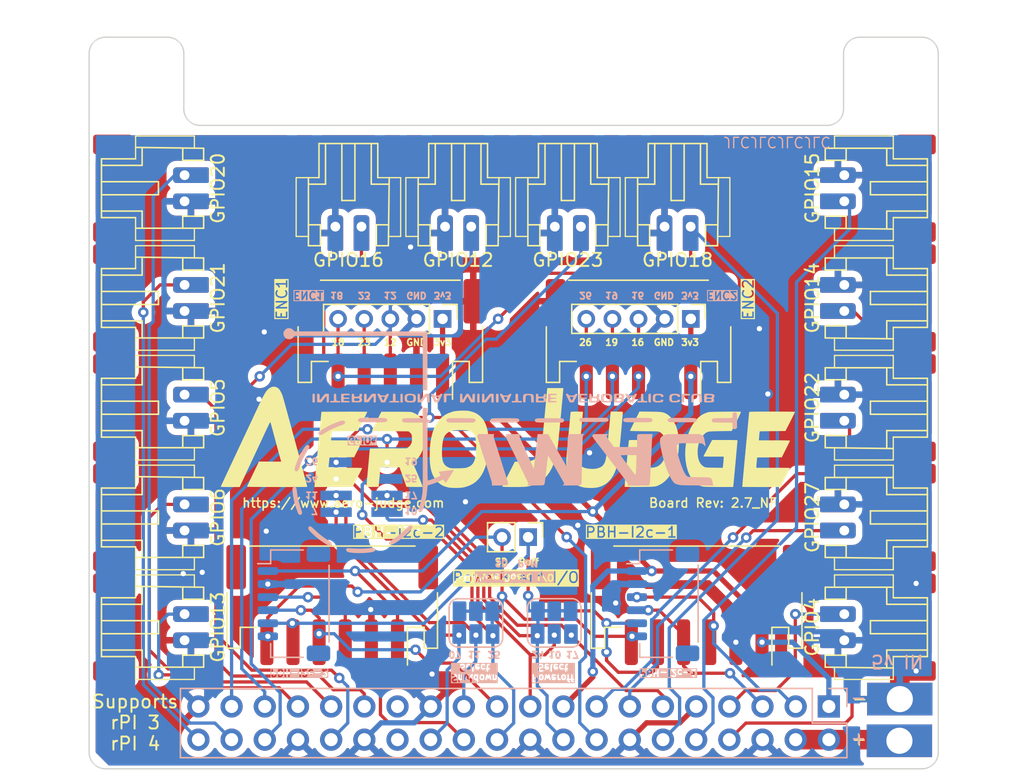
<source format=kicad_pcb>
(kicad_pcb (version 20241229) (generator "pcbnew") (generator_version "9.0")
  (title_block (title "Aerojudge PCB") (rev "2.7_NF"))
  (layers (0 "F.Cu" signal) (2 "B.Cu" signal) (13 "F.Paste" user) (15 "B.Paste" user) (5 "F.SilkS" user "F.Silkscreen") (7 "B.SilkS" user "B.Silkscreen") (1 "F.Mask" user) (3 "B.Mask" user) (25 "Edge.Cuts" user))
  (net 0 "")
  (net 1 "VCC")
  (net 2 "GPIO18")
  (net 3 "GPIO15")
  (net 4 "GPIO12")
  (net 5 "GPIO23")
  (net 6 "GPIO20")
  (net 7 "GPIO16")
  (net 8 "GPIO2")
  (net 9 "GPIO3")
  (net 10 "GPIO4")
  (net 13 "GPIO5")
  (net 14 "GPIO6")
  (net 15 "GPIO13")
  (net 16 "GPIO14")
  (net 17 "GPIO19")
  (net 18 "GPIO21")
  (net 19 "GPIO22")
  (net 20 "GPIO26")
  (net 21 "GND")
  (net 22 "GPIO27")
  (net 23 "GPIO7")
  (net 24 "GPIO9")
  (net 25 "+3.3V")
  (net 26 "GPIO17")
  (net 27 "GPIO8")
  (net 28 "GPIO10")
  (net 29 "GPIO24")
  (net 30 "GPIO25")
  (net 31 "GPIO11")
  (net 32 "SHUTDOWN")
  (net 33 "POWEROFF")
  (footprint "MountingHole:MountingHole_2.7mm_M2.5" (layer "F.Cu") (at 116.443016 56.939164 180)
    (property "Reference" "REF**" (hide yes))
    (property "Value" "MountingHole_2.7mm_M2.5")
  )
  (footprint "Connector_JST:JST_PH_S5B-PH-SM4-TB_1x05-1MP_P2.00mm_Horizontal" (layer "F.Cu") (at 155 76.55 180)
    (property "Reference" "ENC2" (hide yes))
    (property "Value" "Encoder_2mm_1x5_MP" (hide yes))
  )
  (footprint "Custom_Library:JST_PH_S2B-PH-K_1x02_P2.00mm_Horizontal_MP" (layer "F.Cu") (at 150.59 67.94 180)
    (property "Reference" "GPIO23")
    (property "Value" "JST PH-2")
  )
  (footprint "Custom_Library:JST_PH_S2B-PH-K_1x02_P2.00mm_Horizontal_MP" (layer "F.Cu") (at 133.79 67.94 180)
    (property "Reference" "GPIO16")
    (property "Value" "JST PH-2")
  )
  (footprint "Custom_Library:JST_PH_S2B-PH-K_1x02_P2.00mm_Horizontal_MP" (layer "F.Cu") (at 170.75 99.6 90)
    (property "Reference" "GPIO4")
    (property "Value" "JST PH-2")
  )
  (footprint "Custom_Library:JST_PH_S2B-PH-K_1x02_P2.00mm_Horizontal_MP" (layer "F.Cu") (at 142.19 67.94 180)
    (property "Reference" "GPIO12")
    (property "Value" "JST PH-2")
  )
  (footprint "Connector_PinHeader_2.00mm:PinHeader_1x02_P2.00mm_Vertical" (layer "F.Cu") (at 146.55 91.71 -90)
    (property "Reference" "J8" (hide yes))
    (property "Value" "PB_GPIO")
  )
  (footprint "Custom_Library:JST_PH_S2B-PH-K_1x02_P2.00mm_Horizontal_MP" (layer "F.Cu") (at 120.25 64 -90)
    (property "Reference" "GPIO20")
    (property "Value" "JST PH-2")
  )
  (footprint "Custom_Library:JST_PH_S2B-PH-K_1x02_P2.00mm_Horizontal_MP" (layer "F.Cu") (at 120.25 80.8 -90)
    (property "Reference" "GPIO5")
    (property "Value" "JST PH-2")
  )
  (footprint "MountingHole:MountingHole_2.7mm_M2.5" (layer "F.Cu") (at 174.443016 56.939164 180)
    (property "Reference" "REF**" (hide yes))
    (property "Value" "MountingHole_2.7mm_M2.5")
  )
  (footprint "Custom_Library:JST_PH_S2B-PH-K_1x02_P2.00mm_Horizontal_MP" (layer "F.Cu") (at 170.75 82.8 90)
    (property "Reference" "GPIO22")
    (property "Value" "JST PH-2")
  )
  (footprint "Custom_Library:AEROJUDGE_LOGO" (layer "F.Cu") (at 144.342691 85.646027)
    (property "Reference" "AEROJUDGE_LOGO" (hide yes))
    (property "Value" "LOGO" (hide yes))
  )
  (footprint "Custom_Library:JST_PH_S2B-PH-K_1x02_P2.00mm_Horizontal_MP" (layer "F.Cu") (at 120.25 72.4 -90)
    (property "Reference" "GPIO21")
    (property "Value" "JST PH-2")
  )
  (footprint "Custom_Library:JST_PH_S2B-PH-K_1x02_P2.00mm_Horizontal_MP" (layer "F.Cu") (at 158.99 67.94 180)
    (property "Reference" "GPIO18")
    (property "Value" "JST PH-2")
  )
  (footprint "Connector_JST:JST_PH_S6B-PH-SM4-TB_1x06-1MP_P2.00mm_Horizontal" (layer "F.Cu") (at 159.45 96.9 180)
    (property "Reference" "J2" (hide yes))
    (property "Value" "i2c_1")
  )
  (footprint "Connector_JST:JST_PH_S6B-PH-SM4-TB_1x06-1MP_P2.00mm_Horizontal" (layer "F.Cu") (at 131.55 96.9 180)
    (property "Reference" "J5" (hide yes))
    (property "Value" "i2c_2")
  )
  (footprint "Custom_Library:JST_PH_S2B-PH-K_1x02_P2.00mm_Horizontal_MP" (layer "F.Cu") (at 170.75 74.4 90)
    (property "Reference" "GPIO14")
    (property "Value" "JST PH-2")
  )
  (footprint "Custom_Library:JST_PH_S2B-PH-K_1x02_P2.00mm_Horizontal_MP" (layer "F.Cu") (at 120.25 89.2 -90)
    (property "Reference" "GPIO6")
    (property "Value" "JST PH-2")
  )
  (footprint "Custom_Library:JST_PH_S2B-PH-K_1x02_P2.00mm_Horizontal_MP" (layer "F.Cu") (at 170.75 66 90)
    (property "Reference" "GPIO15")
    (property "Value" "JST PH-2")
  )
  (footprint "Custom_Library:JST_PH_S2B-PH-K_1x02_P2.00mm_Horizontal_MP" (layer "F.Cu") (at 120.25 97.6 -90)
    (property "Reference" "GPIO13")
    (property "Value" "JST PH-2")
  )
  (footprint "Connector_JST:JST_PH_S5B-PH-SM4-TB_1x05-1MP_P2.00mm_Horizontal" (layer "F.Cu") (at 136 76.55 180)
    (property "Reference" "ENC1" (hide yes))
    (property "Value" "Encoder_2mm_1x5_MP" (hide yes))
  )
  (footprint "Custom_Library:JST_PH_S2B-PH-K_1x02_P2.00mm_Horizontal_MP" (layer "F.Cu") (at 170.75 91.2 90)
    (property "Reference" "GPIO27")
    (property "Value" "JST PH-2")
  )
  (footprint "Custom_Library:Solder_Pads" (layer "F.Cu") (at 175 100.125 180)
    (property "Reference" "U1" (hide yes))
    (property "Value" "5v Input" (hide yes))
  )
  (footprint "Connector_PinHeader_2.00mm:PinHeader_1x05_P2.00mm_Vertical" (layer "F.Cu") (at 159 75 -90)
    (property "Reference" "ENC2.1" (hide yes))
    (property "Value" "Conn_01x05" (hide yes))
  )
  (footprint "Connector_PinHeader_2.00mm:PinHeader_1x05_P2.00mm_Vertical" (layer "F.Cu") (at 140 75 -90)
    (property "Reference" "ENC1.1" (hide yes))
    (property "Value" "Conn_01x05" (hide yes))
  )
  (footprint "Custom_Library:SolderJumperSelector_3PIN_P1_Default" (layer "B.Cu") (at 142.55 98.375 180)
    (property "Reference" "J7" (hide yes))
    (property "Value" "Shutdown GPIO")
  )
  (footprint "Custom_Library:PinHeader_2x04_P1.27mm_Vertical_SMD_NoBorder" (layer "B.Cu") (at 133.8 87.885)
    (property "Reference" "J9" (hide yes))
    (property "Value" "GPIO_BREAKOUT")
  )
  (footprint "Custom_Library:PinHeader_2x20_P2.54mm_RPI" (layer "B.Cu") (at 169.57 104.67 -90)
    (property "Reference" "J1" (hide yes))
    (property "Value" "Raspberry Pi Header")
  )
  (footprint "Connector_JST:JST_SH_SM06B-SRSS-TB_1x06-1MP_P1.00mm_Horizontal" (layer "B.Cu") (at 128.625 96.8 -90)
    (property "Reference" "J10" (hide yes))
    (property "Value" "i2c_2")
  )
  (footprint "Custom_Library:SolderJumperSelector_3PIN_P3_Default" (layer "B.Cu") (at 148.55 98.375 180)
    (property "Reference" "J6" (hide yes))
    (property "Value" "Poweroff GPIO")
  )
  (footprint "Connector_JST:JST_SH_SM06B-SRSS-TB_1x06-1MP_P1.00mm_Horizontal" (layer "B.Cu") (at 156.875 96.8 -90)
    (property "Reference" "J11" (hide yes))
    (property "Value" "i2c_1")
  )
  (footprint "Custom_Library:IMAC_LOGO" (layer "B.Cu") (at 145.3 84.45)
    (property "Reference" "IMAC_LOGO" (hide yes))
    (property "Value" "LOGO" (hide yes))
  )
  (gr_arc (start 177.943016 108.189164) (mid 177.576899 109.073047) (end 176.693016 109.439164) (stroke (width 0.1)) (layer "Edge.Cuts"))
  (gr_line (start 177.943016 108.189164) (end 177.943016 54.689164) (stroke (width 0.1)) (layer "Edge.Cuts"))
  (gr_arc (start 112.943016 54.689164) (mid 113.309133 53.805281) (end 114.193016 53.439164) (stroke (width 0.1)) (layer "Edge.Cuts"))
  (gr_line (start 114.193016 109.439164) (end 176.693016 109.439164) (stroke (width 0.1)) (layer "Edge.Cuts"))
  (gr_line (start 169.443016 60.189164) (end 121.443016 60.189164) (stroke (width 0.1)) (layer "Edge.Cuts"))
  (gr_line (start 114.193016 53.439164) (end 118.943016 53.439164) (stroke (width 0.1)) (layer "Edge.Cuts"))
  (gr_line (start 170.693016 54.689164) (end 170.693016 58.939164) (stroke (width 0.1)) (layer "Edge.Cuts"))
  (gr_arc (start 121.443016 60.189164) (mid 120.559133 59.823047) (end 120.193016 58.939164) (stroke (width 0.1)) (layer "Edge.Cuts"))
  (gr_line (start 176.693016 53.439164) (end 171.943016 53.439164) (stroke (width 0.1)) (layer "Edge.Cuts"))
  (gr_arc (start 170.693016 54.689164) (mid 171.059133 53.805281) (end 171.943016 53.439164) (stroke (width 0.1)) (layer "Edge.Cuts"))
  (gr_arc (start 176.693016 53.439164) (mid 177.576899 53.805281) (end 177.943016 54.689164) (stroke (width 0.1)) (layer "Edge.Cuts"))
  (gr_arc (start 170.693016 58.939164) (mid 170.326899 59.823047) (end 169.443016 60.189164) (stroke (width 0.1)) (layer "Edge.Cuts"))
  (gr_arc (start 118.943016 53.439164) (mid 119.826899 53.805281) (end 120.193016 54.689164) (stroke (width 0.1)) (layer "Edge.Cuts"))
  (gr_line (start 120.193016 58.939164) (end 120.193016 54.689164) (stroke (width 0.1)) (layer "Edge.Cuts"))
  (gr_arc (start 114.193016 109.439164) (mid 113.309133 109.073047) (end 112.943016 108.189164) (stroke (width 0.1)) (layer "Edge.Cuts"))
  (gr_line (start 112.943016 54.689164) (end 112.943016 108.189164) (stroke (width 0.1)) (layer "Edge.Cuts"))
  (gr_text "18" (at 132 76.8 0) (layer "F.SilkS") (effects (font (size 0.5 0.5) (thickness 0.125))))
  (gr_text "PowerBoard I/O" (at 145.6 94.8 0) (layer "F.SilkS" knockout) (effects (font (size 0.8 0.8) (thickness 0.12))))
  (gr_text "26" (at 150.943016 76.8 0) (layer "F.SilkS") (effects (font (size 0.5 0.5) (thickness 0.125))))
  (gr_text "SD" (at 144.498016 93.9 0) (layer "F.SilkS") (effects (font (size 0.5 0.5) (thickness 0.125)) (justify bottom)))
  (gr_text "PBH-I2c-2" (at 140.2 91.8 0) (layer "F.SilkS" knockout) (effects (font (size 0.8 0.8) (thickness 0.12)) (justify right bottom)))
  (gr_text "Poff" (at 146.6 93.9 0) (layer "F.SilkS") (effects (font (size 0.5 0.5) (thickness 0.125)) (justify bottom)))
  (gr_text "3v3" (at 140 76.8 0) (layer "F.SilkS") (effects (font (size 0.5 0.5) (thickness 0.125))))
  (gr_text "19" (at 152.943016 76.8 0) (layer "F.SilkS") (effects (font (size 0.5 0.5) (thickness 0.125))))
  (gr_text "16" (at 154.943016 76.8 0) (layer "F.SilkS") (effects (font (size 0.5 0.5) (thickness 0.125))))
  (gr_text "GND" (at 156.943016 76.8 0) (layer "F.SilkS") (effects (font (size 0.5 0.5) (thickness 0.125))))
  (gr_text "3v3" (at 158.943016 76.8 0) (layer "F.SilkS") (effects (font (size 0.5 0.5) (thickness 0.125))))
  (gr_text "ENC1" (at 127.7 73.5 90) (layer "F.SilkS" knockout) (effects (font (size 0.8 0.8) (thickness 0.12) (bold yes))))
  (gr_text "PBH-I2c-1" (at 150.85 91.8 0) (layer "F.SilkS" knockout) (effects (font (size 0.8 0.8) (thickness 0.12)) (justify left bottom)))
  (gr_text "Board Rev: ${REVISION}" (at 160.7 89.5 0) (layer "F.SilkS") (effects (font (size 0.7 0.7) (thickness 0.12) (bold yes)) (justify bottom)))
  (gr_text "12" (at 136 76.8 0) (layer "F.SilkS") (effects (font (size 0.5 0.5) (thickness 0.125))))
  (gr_text "https://www.aero-judge.com" (at 132.4 89.5 0) (layer "F.SilkS") (effects (font (size 0.7 0.7) (thickness 0.12) (bold yes)) (justify bottom)))
  (gr_text "ENC2" (at 163.4 73.5 90) (layer "F.SilkS" knockout) (effects (font (size 0.8 0.8) (thickness 0.12) (bold yes))))
  (gr_text "Supports\nrPI 3\nrPI 4" (at 116.470814 108.1 0) (layer "F.SilkS") (effects (font (size 1 1)) (justify bottom)))
  (gr_text "GND" (at 138 76.8 0) (layer "F.SilkS") (effects (font (size 0.5 0.5) (thickness 0.125))))
  (gr_text "23" (at 134 76.8 0) (layer "F.SilkS") (effects (font (size 0.5 0.5) (thickness 0.125))))
  (gr_text "PBH-I2c-1" (at 155 101.8 180) (layer "B.SilkS" knockout) (effects (font (size 0.5 0.5) (thickness 0.125)) (justify left bottom mirror)))
  (gr_text "12" (at 136 73.2 180) (layer "B.SilkS") (effects (font (size 0.5 0.5) (thickness 0.125)) (justify mirror)))
  (gr_text "5v IN" (at 174.803016 100.639164 180) (layer "B.SilkS") (effects (font (size 1 1)) (justify bottom mirror)))
  (gr_text "23" (at 134 73.2 180) (layer "B.SilkS") (effects (font (size 0.5 0.5) (thickness 0.125)) (justify mirror)))
  (gr_text "ENC1" (at 129.743016 73.189164 180) (layer "B.SilkS" knockout) (effects (font (size 0.6 0.6) (thickness 0.12) (bold yes)) (justify mirror)))
  (gr_text "7" (at 130.189666 89.4 180) (layer "B.SilkS") (effects (font (size 0.5 0.5) (thickness 0.125)) (justify bottom mirror)))
  (gr_text "SD" (at 144.5 93.4 180) (layer "B.SilkS") (effects (font (size 0.5 0.5) (thickness 0.125)) (justify bottom mirror)))
  (gr_text "Shutdown\nSelect" (at 142.443016 101.389164 180) (layer "B.SilkS" knockout) (effects (font (size 0.5 0.5) (thickness 0.125)) (justify bottom mirror)))
  (gr_text "19" (at 152.943016 73.2 180) (layer "B.SilkS") (effects (font (size 0.5 0.5) (thickness 0.125)) (justify mirror)))
  (gr_text "GND" (at 138 73.2 180) (layer "B.SilkS") (effects (font (size 0.5 0.5) (thickness 0.125)) (justify mirror)))
  (gr_text "17" (at 149.943016 100.4 180) (layer "B.SilkS") (effects (font (size 0.5 0.5) (thickness 0.125)) (justify bottom mirror)))
  (gr_text "3v3" (at 158.943016 73.2 180) (layer "B.SilkS") (effects (font (size 0.5 0.5) (thickness 0.125)) (justify mirror)))
  (gr_text "18" (at 131.9 73.2 180) (layer "B.SilkS") (effects (font (size 0.5 0.5) (thickness 0.125)) (justify mirror)))
  (gr_text "10" (at 137.589666 89.4 180) (layer "B.SilkS") (effects (font (size 0.5 0.5) (thickness 0.125)) (justify bottom mirror)))
  (gr_text "-" (at 171.843016 103.539164 180) (layer "B.SilkS") (effects (font (size 1 1) (thickness 0.125)) (justify bottom mirror)))
  (gr_text "19" (at 137.589666 85.6 180) (layer "B.SilkS") (effects (font (size 0.5 0.5) (thickness 0.125)) (justify bottom mirror)))
  (gr_text "17" (at 137.589666 88.2 180) (layer "B.SilkS") (effects (font (size 0.5 0.5) (thickness 0.125)) (justify bottom mirror)))
  (gr_text "PowerBoard I/O" (at 145.5 94.5 180) (layer "B.SilkS" knockout) (effects (font (size 0.5 0.5) (thickness 0.125)) (justify bottom mirror)))
  (gr_text "25" (at 137.589666 86.9 180) (layer "B.SilkS") (effects (font (size 0.5 0.5) (thickness 0.125)) (justify bottom mirror)))
  (gr_text "24" (at 147.3 100.4 180) (layer "B.SilkS") (effects (font (size 0.5 0.5) (thickness 0.125)) (justify bottom mirror)))
  (gr_text "PBH-I2c-2" (at 131.3 101.8 180) (layer "B.SilkS" knockout) (effects (font (size 0.5 0.5) (thickness 0.125)) (justify right bottom mirror)))
  (gr_text "26" (at 129.989666 85.6 180) (layer "B.SilkS") (effects (font (size 0.5 0.5) (thickness 0.125)) (justify bottom mirror)))
  (gr_text "GND" (at 156.943016 73.2 180) (layer "B.SilkS") (effects (font (size 0.5 0.5) (thickness 0.125)) (justify mirror)))
  (gr_text "25" (at 143.943016 100.4 180) (layer "B.SilkS") (effects (font (size 0.5 0.5) (thickness 0.125)) (justify bottom mirror)))
  (gr_text "10" (at 148.6 100.4 180) (layer "B.SilkS") (effects (font (size 0.5 0.5) (thickness 0.125)) (justify bottom mirror)))
  (gr_text "16" (at 154.943016 73.2 180) (layer "B.SilkS") (effects (font (size 0.5 0.5) (thickness 0.125)) (justify mirror)))
  (gr_text "Poff" (at 146.5 93.4 180) (layer "B.SilkS") (effects (font (size 0.5 0.5) (thickness 0.125)) (justify bottom mirror)))
  (gr_text "ENC2" (at 161.4 73.189164 180) (layer "B.SilkS" knockout) (effects (font (size 0.6 0.6) (thickness 0.12) (bold yes)) (justify mirror)))
  (gr_text "11" (at 129.989666 88.2 180) (layer "B.SilkS") (effects (font (size 0.5 0.5) (thickness 0.125)) (justify bottom mirror)))
  (gr_text "3v3" (at 140 73.2 180) (layer "B.SilkS") (effects (font (size 0.5 0.5) (thickness 0.125)) (justify mirror)))
  (gr_text "GPIOs" (at 133.842691 84 180) (layer "B.SilkS" knockout) (effects (font (size 0.5 0.5) (thickness 0.125)) (justify bottom mirror)))
  (gr_text "24" (at 129.989666 86.9 180) (layer "B.SilkS") (effects (font (size 0.5 0.5) (thickness 0.125)) (justify bottom mirror)))
  (gr_text "JLCJLCJLCJLC" (at 165.6 61.47 180) (layer "B.SilkS") (effects (font (size 0.8 0.8) (thickness 0.1)) (justify mirror)))
  (gr_text "07" (at 140.943016 100.4 180) (layer "B.SilkS") (effects (font (size 0.5 0.5) (thickness 0.125)) (justify bottom mirror)))
  (gr_text "+" (at 171.843016 106.639164 180) (layer "B.SilkS") (effects (font (size 1 1) (thickness 0.125)) (justify bottom mirror)))
  (gr_text "26" (at 150.943016 73.2 180) (layer "B.SilkS") (effects (font (size 0.5 0.5) (thickness 0.125)) (justify mirror)))
  (gr_text "Poweroff\nSelect" (at 148.443016 101.389164 180) (layer "B.SilkS" knockout) (effects (font (size 0.5 0.5) (thickness 0.125)) (justify bottom mirror)))
  (gr_text "11" (at 142.443016 100.4 180) (layer "B.SilkS") (effects (font (size 0.5 0.5) (thickness 0.125)) (justify bottom mirror)))
  (segment (start 174.884164 107.209164) (end 167.028016 107.209164) (width 1.5) (layer "F.Cu") (net 1))
  (segment (start 174.97 107.295) (end 174.884164 107.209164) (width 1.5) (layer "F.Cu") (net 1))
  (segment (start 144.25 75) (end 147.742186 71.507814) (width 0.25) (layer "F.Cu") (net 2))
  (segment (start 157.942186 71.507814) (end 158.99 70.46) (width 0.25) (layer "F.Cu") (net 2))
  (segment (start 147.742186 71.507814) (end 157.942186 71.507814) (width 0.25) (layer "F.Cu") (net 2))
  (segment (start 132 79.4) (end 132 75) (width 0.25) (layer "F.Cu") (net 2))
  (segment (start 158.99 70.46) (end 158.99 67.94) (width 0.25) (layer "F.Cu") (net 2))
  (via (at 144.25 75) (size 0.8) (drill 0.4) (layers "F.Cu" "B.Cu") (net 2))
  (via (at 132 79.4) (size 0.8) (drill 0.4) (layers "F.Cu" "B.Cu") (net 2))
  (segment (start 158.143016 104) (end 158.143016 105.934164) (width 0.25) (layer "B.Cu") (net 2))
  (segment (start 157.353 98.660116) (end 157.353 103.209984) (width 0.25) (layer "B.Cu") (net 2))
  (segment (start 158.143016 105.934164) (end 156.868016 107.209164) (width 0.25) (layer "B.Cu") (net 2))
  (segment (start 156.868016 107.209164) (end 156.868016 107.214164) (width 0.25) (layer "B.Cu") (net 2))
  (segment (start 139.85 79.4) (end 132 79.4) (width 0.25) (layer "B.Cu") (net 2))
  (segment (start 165.626 74.576) (end 158.99 67.94) (width 0.25) (layer "B.Cu") (net 2))
  (segment (start 165.626 90.387116) (end 165.626 74.576) (width 0.25) (layer "B.Cu") (net 2))
  (segment (start 162.506558 93.506558) (end 157.353 98.660116) (width 0.25) (layer "B.Cu") (net 2))
  (segment (start 144.25 75) (end 139.85 79.4) (width 0.25) (layer "B.Cu") (net 2))
  (segment (start 162.506558 93.506558) (end 165.626 90.387116) (width 0.25) (layer "B.Cu") (net 2))
  (segment (start 157.353 103.209984) (end 158.143016 104) (width 0.25) (layer "B.Cu") (net 2))
  (segment (start 167.095016 86.97466) (end 167.095016 72.187164) (width 0.25) (layer "B.Cu") (net 3))
  (segment (start 160.7 104) (end 160 103.3) (width 0.25) (layer "B.Cu") (net 3))
  (segment (start 167.096016 88.32434) (end 167.096016 86.97566) (width 0.25) (layer "B.Cu") (net 3))
  (segment (start 167.095016 90.67534) (end 167.096016 90.67434) (width 0.25) (layer "B.Cu") (net 3))
  (segment (start 167.095016 89.32466) (end 167.095016 88.32534) (width 0.25) (layer "B.Cu") (net 3))
  (segment (start 160.7 105.91718) (end 160.7 104) (width 0.25) (layer "B.Cu") (net 3))
  (segment (start 167.096016 86.97566) (end 167.095016 86.97466) (width 0.25) (layer "B.Cu") (net 3))
  (segment (start 171.153016 68.129164) (end 171.153016 65.989164) (width 0.25) (layer "B.Cu") (net 3))
  (segment (start 167.095016 90.977972) (end 167.095016 90.67534) (width 0.25) (layer "B.Cu") (net 3))
  (segment (start 167.096016 89.32566) (end 167.095016 89.32466) (width 0.25) (layer "B.Cu") (net 3))
  (segment (start 159.408016 107.209164) (end 160.7 105.91718) (width 0.25) (layer "B.Cu") (net 3))
  (segment (start 167.095016 88.32534) (end 167.096016 88.32434) (width 0.25) (layer "B.Cu") (net 3))
  (segment (start 160 103.3) (end 160 98.072988) (width 0.25) (layer "B.Cu") (net 3))
  (segment (start 160 98.072988) (end 167.095016 90.977972) (width 0.25) (layer "B.Cu") (net 3))
  (segment (start 167.096016 90.67434) (end 167.096016 89.32566) (width 0.25) (layer "B.Cu") (net 3))
  (segment (start 167.095016 72.187164) (end 171.153016 68.129164) (width 0.25) (layer "B.Cu") (net 3))
  (segment (start 136 77.05) (end 136 75) (width 0.25) (layer "F.Cu") (net 4))
  (segment (start 126 79.4) (end 123.101 82.299) (width 0.25) (layer "F.Cu") (net 4))
  (segment (start 125.402594 101.889164) (end 131.493016 101.889164) (width 0.25) (layer "F.Cu") (net 4))
  (segment (start 131.493016 101.889164) (end 132.093016 102.489164) (width 0.25) (layer "F.Cu") (net 4))
  (segment (start 136 77.05) (end 136 79.4) (width 0.25) (layer "F.Cu") (net 4))
  (segment (start 123.101 82.299) (end 123.101 99.58757) (width 0.25) (layer "F.Cu") (net 4))
  (segment (start 123.101 99.58757) (end 125.402594 101.889164) (width 0.25) (layer "F.Cu") (net 4))
  (via (at 132.093016 102.489164) (size 0.8) (drill 0.4) (layers "F.Cu" "B.Cu") (net 4))
  (via (at 126 79.4) (size 0.8) (drill 0.4) (layers "F.Cu" "B.Cu") (net 4))
  (segment (start 126 79.4) (end 128.45 76.95) (width 0.25) (layer "B.Cu") (net 4))
  (segment (start 128.45 76.95) (end 134.85 76.95) (width 0.25) (layer "B.Cu") (net 4))
  (segment (start 132.093016 102.489164) (end 132.743016 103.139164) (width 0.25) (layer "B.Cu") (net 4))
  (segment (start 140.7 72.1) (end 142.19 70.61) (width 0.25) (layer "B.Cu") (net 4))
  (segment (start 136 75.8) (end 136 75) (width 0.25) (layer "B.Cu") (net 4))
  (segment (start 137.9 72.1) (end 140.7 72.1) (width 0.25) (layer "B.Cu") (net 4))
  (segment (start 142.19 70.61) (end 142.19 67.94) (width 0.25) (layer "B.Cu") (net 4))
  (segment (start 132.743016 105.934164) (end 131.468016 107.209164) (width 0.25) (layer "B.Cu") (net 4))
  (segment (start 136 74) (end 137.9 72.1) (width 0.25) (layer "B.Cu") (net 4))
  (segment (start 132.743016 103.139164) (end 132.743016 105.934164) (width 0.25) (layer "B.Cu") (net 4))
  (segment (start 136 75) (end 136 74) (width 0.25) (layer "B.Cu") (net 4))
  (segment (start 134.85 76.95) (end 136 75.8) (width 0.25) (layer "B.Cu") (net 4))
  (segment (start 134 79.4) (end 134 79) (width 0.25) (layer "F.Cu") (net 5))
  (segment (start 134 82.05) (end 134 75) (width 0.25) (layer "F.Cu") (net 5))
  (segment (start 149.5 91.7) (end 140.35 82.55) (width 0.25) (layer "F.Cu") (net 5))
  (segment (start 134.5 82.55) (end 134 82.05) (width 0.25) (layer "F.Cu") (net 5))
  (segment (start 139 82.55) (end 134.5 82.55) (width 0.25) (layer "F.Cu") (net 5))
  (segment (start 140.35 82.55) (end 139 82.55) (width 0.25) (layer "F.Cu") (net 5))
  (via (at 139 82.55) (size 0.8) (drill 0.4) (layers "F.Cu" "B.Cu") (net 5))
  (via (at 149.5 91.7) (size 0.8) (drill 0.4) (layers "F.Cu" "B.Cu") (net 5))
  (segment (start 150.95 93.15) (end 150.95 100.85) (width 0.25) (layer "B.Cu") (net 5))
  (segment (start 144.1 76.55) (end 150.59 70.06) (width 0.25) (layer "B.Cu") (net 5))
  (segment (start 150.59 70.06) (end 150.59 67.94) (width 0.25) (layer "B.Cu") (net 5))
  (segment (start 150.5 101.3) (end 150.5 105.92) (width 0.25) (layer "B.Cu") (net 5))
  (segment (start 143.33781 76.55) (end 144.1 76.55) (width 0.25) (layer "B.Cu") (net 5))
  (segment (start 150.5 105.92) (end 151.79 107.21) (width 0.25) (layer "B.Cu") (net 5))
  (segment (start 149.5 91.7) (end 150.95 93.15) (width 0.25) (layer "B.Cu") (net 5))
  (segment (start 150.95 100.85) (end 150.5 101.3) (width 0.25) (layer "B.Cu") (net 5))
  (segment (start 139 82.55) (end 139 80.88781) (width 0.25) (layer "B.Cu") (net 5))
  (segment (start 139 80.88781) (end 143.33781 76.55) (width 0.25) (layer "B.Cu") (net 5))
  (segment (start 123.848016 107.214164) (end 123.848016 107.209164) (width 0.25) (layer "B.Cu") (net 6))
  (segment (start 123.848016 107.209164) (end 123.079016 106.440164) (width 0.25) (layer "B.Cu") (net 6))
  (segment (start 117.85 75.2) (end 117.85 65.65) (width 0.25) (layer "B.Cu") (net 6))
  (segment (start 119.5 64) (end 120.239164 64) (width 0.25) (layer "B.Cu") (net 6))
  (segment (start 117.85 65.65) (end 119.5 64) (width 0.25) (layer "B.Cu") (net 6))
  (segment (start 123.079016 106.440164) (end 123.074016 106.440164) (width 0.25) (layer "B.Cu") (net 6))
  (segment (start 117.544016 75.505984) (end 117.85 75.2) (width 0.25) (layer "B.Cu") (net 6))
  (segment (start 122.573016 105.939164) (end 120.670826 105.939164) (width 0.25) (layer "B.Cu") (net 6))
  (segment (start 117.544016 102.812354) (end 117.544016 75.505984) (width 0.25) (layer "B.Cu") (net 6))
  (segment (start 120.670826 105.939164) (end 117.544016 102.812354) (width 0.25) (layer "B.Cu") (net 6))
  (segment (start 123.074016 106.440164) (end 122.573016 105.939164) (width 0.25) (layer "B.Cu") (net 6))
  (segment (start 133.79 70.86) (end 133.79 67.94) (width 0.25) (layer "F.Cu") (net 7))
  (segment (start 155 79.4) (end 155 75) (width 0.25) (layer "F.Cu") (net 7))
  (segment (start 130.9 73.75) (end 133.79 70.86) (width 0.25) (layer "F.Cu") (net 7))
  (segment (start 130.9 84.8) (end 130.9 73.75) (width 0.25) (layer "F.Cu") (net 7))
  (segment (start 129.85 85.85) (end 130.9 84.8) (width 0.25) (layer "F.Cu") (net 7))
  (via (at 155 79.4) (size 0.8) (drill 0.4) (layers "F.Cu" "B.Cu") (net 7))
  (via (at 129.85 85.85) (size 0.8) (drill 0.4) (layers "F.Cu" "B.Cu") (net 7))
  (segment (start 130.75 84.95) (end 150.3 84.95) (width 0.25) (layer "B.Cu") (net 7))
  (segment (start 125.35 90.35) (end 125.35 101.4) (width 0.25) (layer "B.Cu") (net 7))
  (segment (start 129.85 85.85) (end 130.75 84.95) (width 0.25) (layer "B.Cu") (net 7))
  (segment (start 129.85 85.85) (end 125.35 90.35) (width 0.25) (layer "B.Cu") (net 7))
  (segment (start 127.566 106.034) (end 126.39 107.21) (width 0.25) (layer "B.Cu") (net 7))
  (segment (start 155 80.25) (end 155 79.4) (width 0.25) (layer "B.Cu") (net 7))
  (segment (start 125.35 101.4) (end 127.566 103.616) (width 0.25) (layer "B.Cu") (net 7))
  (segment (start 150.3 84.95) (end 155 80.25) (width 0.25) (layer "B.Cu") (net 7))
  (segment (start 127.566 103.616) (end 127.566 106.034) (width 0.25) (layer "B.Cu") (net 7))
  (segment (start 160.75 98.5) (end 160.75 97.5) (width 0.25) (layer "F.Cu") (net 8))
  (segment (start 159.55 96.3) (end 154.875 96.3) (width 0.25) (layer "F.Cu") (net 8))
  (segment (start 160.75 97.5) (end 159.55 96.3) (width 0.25) (layer "F.Cu") (net 8))
  (segment (start 160.75 99.45) (end 160.45 99.75) (width 0.25) (layer "F.Cu") (net 8))
  (segment (start 160.75 98.5) (end 160.75 99.45) (width 0.25) (layer "F.Cu") (net 8))
  (via (at 154.875 96.3) (size 0.8) (drill 0.4) (layers "F.Cu" "B.Cu") (net 8))
  (via (at 160.75 98.5) (size 0.8) (drill 0.4) (layers "F.Cu" "B.Cu") (net 8))
  (segment (start 164.3 103.4) (end 165.7 103.4) (width 0.25) (layer "B.Cu") (net 8))
  (segment (start 160.75 98.5) (end 160.75 99.85) (width 0.25) (layer "B.Cu") (net 8))
  (segment (start 166.969164 104.669164) (end 167.028016 104.669164) (width 0.25) (layer "B.Cu") (net 8))
  (segment (start 165.7 103.4) (end 166.969164 104.669164) (width 0.25) (layer "B.Cu") (net 8))
  (segment (start 160.75 99.85) (end 164.3 103.4) (width 0.25) (layer "B.Cu") (net 8))
  (segment (start 161.699 102.124) (end 159 102.124) (width 0.25) (layer "F.Cu") (net 9))
  (segment (start 158.45 101.574) (end 158.45 99.75) (width 0.25) (layer "F.Cu") (net 9))
  (segment (start 161.7 102.125) (end 161.699 102.124) (width 0.25) (layer "F.Cu") (net 9))
  (segment (start 158.45 99.178486) (end 158.45 99.75) (width 0.25) (layer "F.Cu") (net 9))
  (segment (start 159 102.124) (end 158.45 101.574) (width 0.25) (layer "F.Cu") (net 9))
  (segment (start 155.75 97.3) (end 156.571514 97.3) (width 0.25) (layer "F.Cu") (net 9))
  (segment (start 156.571514 97.3) (end 158.45 99.178486) (width 0.25) (layer "F.Cu") (net 9))
  (segment (start 161.999696 102.125) (end 161.7 102.125) (width 0.25) (layer "F.Cu") (net 9))
  (via (at 161.999696 102.125) (size 0.8) (drill 0.4) (layers "F.Cu" "B.Cu") (net 9))
  (via (at 155.75 97.3) (size 0.8) (drill 0.4) (layers "F.Cu" "B.Cu") (net 9))
  (segment (start 161.999696 102.125) (end 164.488016 104.61332) (width 0.25) (layer "B.Cu") (net 9))
  (segment (start 155.75 97.3) (end 154.875 97.3) (width 0.25) (layer "B.Cu") (net 9))
  (segment (start 164.488016 104.61332) (end 164.488016 104.669164) (width 0.25) (layer "B.Cu") (net 9))
  (segment (start 163.16718 103.45) (end 161.948016 104.669164) (width 0.25) (layer "F.Cu") (net 10))
  (segment (start 167 97.6) (end 167 101.95) (width 0.25) (layer "F.Cu") (net 10))
  (segment (start 167 101.95) (end 165.5 103.45) (width 0.25) (layer "F.Cu") (net 10))
  (segment (start 165.5 103.45) (end 163.16718 103.45) (width 0.25) (layer "F.Cu") (net 10))
  (via (at 167 97.6) (size 0.8) (drill 0.4) (layers "F.Cu" "B.Cu") (net 10))
  (segment (start 171.14218 97.6) (end 171.153016 97.589164) (width 0.25) (layer "B.Cu") (net 10))
  (segment (start 167 97.6) (end 171.14218 97.6) (width 0.25) (layer "B.Cu") (net 10))
  (segment (start 130.594016 102.340164) (end 131.643016 103.389164) (width 0.25) (layer "F.Cu") (net 13))
  (segment (start 123.840164 102.340164) (end 130.594016 102.340164) (width 0.25) (layer "F.Cu") (net 13))
  (segment (start 121.5 80.8) (end 122.65 81.95) (width 0.25) (layer "F.Cu") (net 13))
  (segment (start 122.65 81.95) (end 122.65 101.15) (width 0.25) (layer "F.Cu") (net 13))
  (segment (start 133.693016 103.389164) (end 134.003016 103.699164) (width 0.25) (layer "F.Cu") (net 13))
  (segment (start 134.003016 104.669164) (end 134.008016 104.674164) (width 0.25) (layer "F.Cu") (net 13))
  (segment (start 122.65 101.15) (end 123.840164 102.340164) (width 0.25) (layer "F.Cu") (net 13))
  (segment (start 120.25 80.8) (end 121.5 80.8) (width 0.25) (layer "F.Cu") (net 13))
  (segment (start 134.003016 103.699164) (end 134.003016 104.669164) (width 0.25) (layer "F.Cu") (net 13))
  (segment (start 131.643016 103.389164) (end 133.693016 103.389164) (width 0.25) (layer "F.Cu") (net 13))
  (segment (start 118.999 101.799) (end 122.13681 101.799) (width 0.25) (layer "F.Cu") (net 14))
  (segment (start 118.55 89.2) (end 117.55 90.2) (width 0.25) (layer "F.Cu") (net 14))
  (segment (start 120.25 89.2) (end 118.55 89.2) (width 0.25) (layer "F.Cu") (net 14))
  (segment (start 129.590016 102.791164) (end 131.468016 104.669164) (width 0.25) (layer "F.Cu") (net 14))
  (segment (start 123.128974 102.791164) (end 129.590016 102.791164) (width 0.25) (layer "F.Cu") (net 14))
  (segment (start 117.55 100.35) (end 118.999 101.799) (width 0.25) (layer "F.Cu") (net 14))
  (segment (start 117.55 90.2) (end 117.55 100.35) (width 0.25) (layer "F.Cu") (net 14))
  (segment (start 122.13681 101.799) (end 123.128974 102.791164) (width 0.25) (layer "F.Cu") (net 14))
  (segment (start 118.269016 102.25) (end 121.95 102.25) (width 0.25) (layer "F.Cu") (net 15))
  (segment (start 121.95 102.25) (end 122.942164 103.242164) (width 0.25) (layer "F.Cu") (net 15))
  (segment (start 122.942164 103.242164) (end 127.501016 103.242164) (width 0.25) (layer "F.Cu") (net 15))
  (segment (start 127.501016 103.242164) (end 128.928016 104.669164) (width 0.25) (layer "F.Cu") (net 15))
  (via (at 118.269016 102.25) (size 0.8) (drill 0.4) (layers "F.Cu" "B.Cu") (net 15))
  (segment (start 118.269016 98.330984) (end 119 97.6) (width 0.25) (layer "B.Cu") (net 15))
  (segment (start 119 97.6) (end 120.25 97.6) (width 0.25) (layer "B.Cu") (net 15))
  (segment (start 118.269016 102.25) (end 118.269016 98.330984) (width 0.25) (layer "B.Cu") (net 15))
  (segment (start 172.793016 101.389164) (end 172.793016 75.739164) (width 0.25) (layer "F.Cu") (net 16))
  (segment (start 163.218016 105.939164) (end 170.843016 105.939164) (width 0.25) (layer "F.Cu") (net 16))
  (segment (start 170.843016 105.939164) (end 171.343016 105.439164) (width 0.25) (layer "F.Cu") (net 16))
  (segment (start 172.793016 75.739164) (end 171.443016 74.389164) (width 0.25) (layer "F.Cu") (net 16))
  (segment (start 161.948016 107.209164) (end 163.218016 105.939164) (width 0.25) (layer "F.Cu") (net 16))
  (segment (start 171.443016 74.389164) (end 171.153016 74.389164) (width 0.25) (layer "F.Cu") (net 16))
  (segment (start 171.343016 102.839164) (end 172.793016 101.389164) (width 0.25) (layer "F.Cu") (net 16))
  (segment (start 171.343016 105.439164) (end 171.343016 102.839164) (width 0.25) (layer "F.Cu") (net 16))
  (segment (start 135.75 84.2) (end 135.75 85.98) (width 0.25) (layer "F.Cu") (net 17))
  (segment (start 153 79.4) (end 153 75) (width 0.25) (layer "F.Cu") (net 17))
  (via (at 153 79.4) (size 0.8) (drill 0.4) (layers "F.Cu" "B.Cu") (net 17))
  (via (at 135.75 84.2) (size 0.8) (drill 0.4) (layers "F.Cu" "B.Cu") (net 17))
  (via (at 135.75 85.98) (size 0.8) (drill 0.4) (layers "F.Cu" "B.Cu") (net 17))
  (segment (start 129.98781 84.2) (end 124.625 89.56281) (width 0.25) (layer "B.Cu") (net 17))
  (segment (start 124.625 101.775) (end 126.383016 103.533016) (width 0.25) (layer "B.Cu") (net 17))
  (segment (start 124.625 89.56281) (end 124.625 101.775) (width 0.25) (layer "B.Cu") (net 17))
  (segment (start 135.75 84.2) (end 150.41219 84.2) (width 0.25) (layer "B.Cu") (net 17))
  (segment (start 135.75 84.2) (end 129.98781 84.2) (width 0.25) (layer "B.Cu") (net 17))
  (segment (start 126.383016 104.664164) (end 126.388016 104.669164) (width 0.25) (layer "B.Cu") (net 17))
  (segment (start 126.383016 103.533016) (end 126.383016 104.664164) (width 0.25) (layer "B.Cu") (net 17))
  (segment (start 150.41219 84.2) (end 153 81.61219) (width 0.25) (layer "B.Cu") (net 17))
  (segment (start 153 81.61219) (end 153 79.4) (width 0.25) (layer "B.Cu") (net 17))
  (segment (start 120.239164 72.4) (end 118.383045 72.4) (width 0.25) (layer "F.Cu") (net 18))
  (segment (start 118.383045 72.4) (end 117.093016 73.690029) (width 0.25) (layer "F.Cu") (net 18))
  (segment (start 117.093016 73.690029) (end 117.093016 74.5) (width 0.25) (layer "F.Cu") (net 18))
  (via (at 117.093016 74.5) (size 0.8) (drill 0.4) (layers "F.Cu" "B.Cu") (net 18))
  (segment (start 117.093016 102.999164) (end 121.308016 107.214164) (width 0.25) (layer "B.Cu") (net 18))
  (segment (start 117.093016 74.5) (end 117.093016 102.999164) (width 0.25) (layer "B.Cu") (net 18))
  (segment (start 167.112504 86.85) (end 168.7 86.85) (width 0.25) (layer "F.Cu") (net 19))
  (segment (start 171.153016 84.396984) (end 171.153016 82.789164) (width 0.25) (layer "F.Cu") (net 19))
  (segment (start 162.231252 91.731252) (end 167.112504 86.85) (width 0.25) (layer "F.Cu") (net 19))
  (segment (start 168.7 86.85) (end 171.153016 84.396984) (width 0.25) (layer "F.Cu") (net 19))
  (via (at 162.231252 91.731252) (size 0.8) (drill 0.4) (layers "F.Cu" "B.Cu") (net 19))
  (segment (start 156 98.026) (end 156 101.16219) (width 0.25) (layer "B.Cu") (net 19))
  (segment (start 162.231252 91.731252) (end 156.476 97.486504) (width 0.25) (layer "B.Cu") (net 19))
  (segment (start 151.788016 104.669164) (end 151.788016 104.674164) (width 0.25) (layer "B.Cu") (net 19))
  (segment (start 156 101.16219) (end 153.877016 103.285174) (width 0.25) (layer "B.Cu") (net 19))
  (segment (start 153.877016 103.35718) (end 153.1 103.35718) (width 0.25) (layer "B.Cu") (net 19))
  (segment (start 156.476 97.486504) (end 156.476 97.60072) (width 0.25) (layer "B.Cu") (net 19))
  (segment (start 156.476 97.60072) (end 156.05072 98.026) (width 0.25) (layer "B.Cu") (net 19))
  (segment (start 153.1 103.35718) (end 151.788016 104.669164) (width 0.25) (layer "B.Cu") (net 19))
  (segment (start 153.877016 103.285174) (end 153.877016 103.35718) (width 0.25) (layer "B.Cu") (net 19))
  (segment (start 156.05072 98.026) (end 156 98.026) (width 0.25) (layer "B.Cu") (net 19))
  (segment (start 131.85 85.2) (end 131.85 85.98) (width 0.25) (layer "F.Cu") (net 20))
  (segment (start 134.25 83.45) (end 133.6 83.45) (width 0.25) (layer "F.Cu") (net 20))
  (segment (start 133.6 83.45) (end 131.85 85.2) (width 0.25) (layer "F.Cu") (net 20))
  (segment (start 151 79.4) (end 151 75) (width 0.25) (layer "F.Cu") (net 20))
  (via (at 134.25 83.45) (size 0.8) (drill 0.4) (layers "F.Cu" "B.Cu") (net 20))
  (via (at 151 79.4) (size 0.8) (drill 0.4) (layers "F.Cu" "B.Cu") (net 20))
  (via (at 131.85 85.98) (size 0.8) (drill 0.4) (layers "F.Cu" "B.Cu") (net 20))
  (segment (start 134.25 83.45) (end 129.3 83.45) (width 0.25) (layer "B.Cu") (net 20))
  (segment (start 150.52438 83.45) (end 151 82.97438) (width 0.25) (layer "B.Cu") (net 20))
  (segment (start 151 82.97438) (end 151 79.4) (width 0.25) (layer "B.Cu") (net 20))
  (segment (start 123.848016 88.901984) (end 123.848016 104.669164) (width 0.25) (layer "B.Cu") (net 20))
  (segment (start 134.25 83.45) (end 150.52438 83.45) (width 0.25) (layer "B.Cu") (net 20))
  (segment (start 129.3 83.45) (end 123.848016 88.901984) (width 0.25) (layer "B.Cu") (net 20))
  (segment (start 135.2 102.4) (end 134.55 101.75) (width 0.4) (layer "F.Cu") (net 21))
  (segment (start 175 101.996148) (end 175 104.105) (width 1.5) (layer "F.Cu") (net 21))
  (segment (start 159.408016 104.669164) (end 158.157016 105.920164) (width 0.4) (layer "F.Cu") (net 21))
  (segment (start 134.55 101.75) (end 134.55 99.75) (width 0.4) (layer "F.Cu") (net 21))
  (segment (start 155.617016 105.920164) (end 154.328016 107.209164) (width 0.4) (layer "F.Cu") (net 21))
  (segment (start 159.408016 104.669164) (end 159.323016 104.669164) (width 0.4) (layer "F.Cu") (net 21))
  (segment (start 158.157016 105.920164) (end 155.617016 105.920164) (width 0.4) (layer "F.Cu") (net 21))
  (segment (start 139.088016 104.669164) (end 136.818852 102.4) (width 0.4) (layer "F.Cu") (net 21))
  (segment (start 136.818852 102.4) (end 135.2 102.4) (width 0.4) (layer "F.Cu") (net 21))
  (via (at 141.75 89) (size 0.8) (drill 0.4) (layers "F.Cu" "B.Cu") (net 21))
  (via (at 176.25 101.95) (size 0.8) (drill 0.4) (layers "F.Cu" "B.Cu") (net 21))
  (via (at 176.25 95.25) (size 0.8) (drill 0.4) (layers "F.Cu" "B.Cu") (net 21))
  (via (at 126.625 95.3) (size 0.8) (drill 0.4) (layers "F.Cu" "B.Cu") (net 21))
  (via (at 164.25 75.75) (size 0.8) (drill 0.4) (layers "F.Cu" "B.Cu") (net 21))
  (via (at 125.95 81.15) (size 0.8) (drill 0.4) (layers "F.Cu" "B.Cu") (net 21))
  (via (at 162.45 99.75) (size 0.8) (drill 0.4) (layers "F.Cu" "B.Cu") (net 21))
  (via (at 151.25 85.25) (size 0.8) (drill 0.4) (layers "F.Cu" "B.Cu") (net 21))
  (via (at 137.55 69.5) (size 0.8) (drill 0.4) (layers "F.Cu" "B.Cu") (net 21))
  (via (at 134.5 97.25) (size 0.8) (drill 0.4) (layers "F.Cu" "B.Cu") (net 21))
  (via (at 164.9 80.75) (size 0.8) (drill 0.4) (layers "F.Cu" "B.Cu") (net 21))
  (via (at 120.15 94.5) (size 0.8) (drill 0.4) (layers "F.Cu" "B.Cu") (net 21))
  (via (at 121.6 94.4) (size 0.8) (drill 0.4) (layers "F.Cu" "B.Cu") (net 21))
  (via (at 126.5 91.25) (size 0.8) (drill 0.4) (layers "F.Cu" "B.Cu") (net 21))
  (via (at 153.25 96.75) (size 0.8) (drill 0.4) (layers "F.Cu" "B.Cu") (net 21))
  (via (at 126.35 76) (size 0.8) (drill 0.4) (layers "F.Cu" "B.Cu") (net 21))
  (via (at 150.35 90.8) (size 0.8) (drill 0.4) (layers "F.Cu" "B.Cu") (net 21))
  (via (at 139.193016 102.189164) (size 0.8) (drill 0.4) (layers "F.Cu" "B.Cu") (net 21))
  (segment (start 121.943016 104.034164) (end 121.943016 103.339164) (width 0.4) (layer "B.Cu") (net 21))
  (segment (start 139.088016 104.669164) (end 137.837016 105.920164) (width 0.4) (layer "B.Cu") (net 21))
  (segment (start 135.297016 105.920164) (end 134.008016 107.209164) (width 0.4) (layer "B.Cu") (net 21))
  (segment (start 170.513852 98.95) (end 163.25 98.95) (width 0.4) (layer "B.Cu") (net 21))
  (segment (start 171.153016 99.589164) (end 170.513852 98.95) (width 0.4) (layer "B.Cu") (net 21))
  (segment (start 139.083016 104.669164) (end 139.088016 104.674164) (width 0.4) (layer "B.Cu") (net 21))
  (segment (start 121.943016 103.339164) (end 121.843016 103.239164) (width 0.4) (layer "B.Cu") (net 21))
  (segment (start 163.25 98.95) (end 162.45 99.75) (width 0.4) (layer "B.Cu") (net 21))
  (segment (start 137.837016 105.920164) (end 135.297016 105.920164) (width 0.4) (layer "B.Cu") (net 21))
  (segment (start 121.308016 104.669164) (end 121.943016 104.034164) (width 0.4) (layer "B.Cu") (net 21))
  (segment (start 163.778757 91.209053) (end 171.153016 91.209053) (width 0.25) (layer "F.Cu") (net 22))
  (segment (start 163.243905 91.743905) (end 163.778757 91.209053) (width 0.25) (layer "F.Cu") (net 22))
  (via (at 163.243905 91.743905) (size 0.8) (drill 0.4) (layers "F.Cu" "B.Cu") (net 22))
  (segment (start 156.451 98.53681) (end 156.451 101.349) (width 0.25) (layer "B.Cu") (net 22))
  (segment (start 156.451 101.349) (end 154.328016 103.471984) (width 0.25) (layer "B.Cu") (net 22))
  (segment (start 154.328016 103.471984) (end 154.328016 104.674164) (width 0.25) (layer "B.Cu") (net 22))
  (segment (start 163.243905 91.743905) (end 156.451 98.53681) (width 0.25) (layer "B.Cu") (net 22))
  (segment (start 141.253016 99.209053) (end 139.309053 99.209053) (width 0.25) (layer "F.Cu") (net 23))
  (segment (start 131.85 91.75) (end 131.85 89.79) (width 0.25) (layer "F.Cu") (net 23))
  (segment (start 139.309053 99.209053) (end 131.85 91.75) (width 0.25) (layer "F.Cu") (net 23))
  (via (at 141.253016 99.209053) (size 0.8) (drill 0.4) (layers "F.Cu" "B.Cu") (net 23))
  (via (at 131.85 89.79) (size 0.8) (drill 0.4) (layers "F.Cu" "B.Cu") (net 23))
  (segment (start 140.35 105.94718) (end 139.088016 107.209164) (width 0.25) (layer "B.Cu") (net 23))
  (segment (start 139.088016 107.209164) (end 139.088016 107.214164) (width 0.25) (layer "B.Cu") (net 23))
  (segment (start 140.35 101.88218) (end 140.35 105.94718) (width 0.25) (layer "B.Cu") (net 23))
  (segment (start 141.253016 99.209053) (end 141.253016 100.979164) (width 0.25) (layer "B.Cu") (net 23))
  (segment (start 141.253016 100.979164) (end 140.35 101.88218) (width 0.25) (layer "B.Cu") (net 23))
  (segment (start 129.15 97.3) (end 129.95 97.3) (width 0.25) (layer "F.Cu") (net 24))
  (segment (start 140.843852 101.35) (end 144.163016 104.669164) (width 0.25) (layer "F.Cu") (net 24))
  (segment (start 130.55 97.9) (end 130.55 99.1) (width 0.25) (layer "F.Cu") (net 24))
  (segment (start 137.925 100.325) (end 138.95 101.35) (width 0.25) (layer "F.Cu") (net 24))
  (segment (start 138.95 101.35) (end 140.843852 101.35) (width 0.25) (layer "F.Cu") (net 24))
  (segment (start 144.163016 104.669164) (end 144.168016 104.669164) (width 0.25) (layer "F.Cu") (net 24))
  (segment (start 129.95 97.3) (end 130.55 97.9) (width 0.25) (layer "F.Cu") (net 24))
  (via (at 129.15 97.3) (size 0.8) (drill 0.4) (layers "F.Cu" "B.Cu") (net 24))
  (via (at 137.925 100.325) (size 0.8) (drill 0.4) (layers "F.Cu" "B.Cu") (net 24))
  (via (at 130.55 99.1) (size 0.8) (drill 0.4) (layers "F.Cu" "B.Cu") (net 24))
  (segment (start 137.925 100.325) (end 132.925 100.325) (width 0.25) (layer "B.Cu") (net 24))
  (segment (start 129.15 97.3) (end 126.625 97.3) (width 0.25) (layer "B.Cu") (net 24))
  (segment (start 131.7 99.1) (end 130.55 99.1) (width 0.25) (layer "B.Cu") (net 24))
  (segment (start 132.925 100.325) (end 131.7 99.1) (width 0.25) (layer "B.Cu") (net 24))
  (segment (start 133.35 94.3) (end 136.55 97.5) (width 0.25) (layer "F.Cu") (net 25))
  (segment (start 136.55 97.5) (end 136.55 99.75) (width 0.25) (layer "F.Cu") (net 25))
  (segment (start 164.5 99.8) (end 164.45 99.75) (width 0.4) (layer "F.Cu") (net 25))
  (segment (start 151.5 102.42) (end 149.250836 104.669164) (width 0.4) (layer "F.Cu") (net 25))
  (segment (start 143.774 82.024) (end 140.574 82.024) (width 0.4) (layer "F.Cu") (net 25))
  (segment (start 156 94.3) (end 160.75 94.3) (width 0.4) (layer "F.Cu") (net 25))
  (segment (start 159 79.4) (end 159 75) (width 0.4) (layer "F.Cu") (net 25))
  (segment (start 151.5 89.75) (end 156 94.25) (width 0.4) (layer "F.Cu") (net 25))
  (segment (start 164.45 98) (end 164.45 99.75) (width 0.4) (layer "F.Cu") (net 25))
  (segment (start 151.5 102) (end 151.5 102.42) (width 0.4) (layer "F.Cu") (net 25))
  (segment (start 140 81.45) (end 140 75) (width 0.4) (layer "F.Cu") (net 25))
  (segment (start 160.75 94.3) (end 164.45 98) (width 0.4) (layer "F.Cu") (net 25))
  (segment (start 149.250836 104.669164) (end 149.248016 104.669164) (width 0.4) (layer "F.Cu") (net 25))
  (segment (start 151.5 89.75) (end 143.774 82.024) (width 0.4) (layer "F.Cu") (net 25))
  (segment (start 140.574 82.024) (end 140 81.45) (width 0.4) (layer "F.Cu") (net 25))
  (segment (start 156 94.25) (end 156 94.3) (width 0.4) (layer "F.Cu") (net 25))
  (segment (start 133.3 94.3) (end 133.35 94.3) (width 0.25) (layer "F.Cu") (net 25))
  (via (at 151.5 102) (size 0.8) (drill 0.4) (layers "F.Cu" "B.Cu") (net 25))
  (via (at 151.5 89.75) (size 0.8) (drill 0.4) (layers "F.Cu" "B.Cu") (net 25))
  (via (at 156 94.3) (size 0.8) (drill 0.4) (layers "F.Cu" "B.Cu") (net 25))
  (via (at 159 79.4) (size 0.8) (drill 0.4) (layers "F.Cu" "B.Cu") (net 25))
  (via (at 133.3 94.3) (size 0.8) (drill 0.4) (layers "F.Cu" "B.Cu") (net 25))
  (via (at 164.45 99.75) (size 0.8) (drill 0.4) (layers "F.Cu" "B.Cu") (net 25))
  (segment (start 151.5 89.75) (end 159 82.25) (width 0.4) (layer "B.Cu") (net 25))
  (segment (start 151.5 89.75) (end 143 89.75) (width 0.25) (layer "B.Cu") (net 25))
  (segment (start 143 89.75) (end 138.45 94.3) (width 0.25) (layer "B.Cu") (net 25))
  (segment (start 166.8 99.75) (end 164.45 99.75) (width 0.4) (layer "B.Cu") (net 25))
  (segment (start 138.45 94.3) (end 133.3 94.3) (width 0.25) (layer "B.Cu") (net 25))
  (segment (start 151.5 95.45) (end 151.5 102) (width 0.4) (layer "B.Cu") (net 25))
  (segment (start 133.3 94.3) (end 126.625 94.3) (width 0.25) (layer "B.Cu") (net 25))
  (segment (start 156 94.3) (end 152.65 94.3) (width 0.4) (layer "B.Cu") (net 25))
  (segment (start 152.65 94.3) (end 151.5 95.45) (width 0.4) (layer "B.Cu") (net 25))
  (segment (start 159 82.25) (end 159 79.4) (width 0.4) (layer "B.Cu") (net 25))
  (segment (start 169.568016 102.518016) (end 166.8 99.75) (width 0.4) (layer "B.Cu") (net 25))
  (segment (start 169.568016 104.669164) (end 169.568016 102.518016) (width 0.4) (layer "B.Cu") (net 25))
  (segment (start 149.843016 99.243016) (end 154.05 103.45) (width 0.25) (layer "F.Cu") (net 26))
  (segment (start 136.129 88.899) (end 135.75 88.52) (width 0.25) (layer "F.Cu") (net 26))
  (segment (start 154.05 103.45) (end 156.453852 103.45) (width 0.25) (layer "F.Cu") (net 26))
  (segment (start 143.603 96.326704) (end 143.603 93.58957) (width 0.25) (layer "F.Cu") (net 26))
  (segment (start 149.843016 99.219053) (end 149.843016 99.243016) (width 0.25) (layer "F.Cu") (net 26))
  (segment (start 156.868016 103.864164) (end 156.868016 104.669164) (width 0.25) (layer "F.Cu") (net 26))
  (segment (start 138.91243 88.899) (end 136.129 88.899) (width 0.25) (layer "F.Cu") (net 26))
  (segment (start 149.094963 98.451) (end 145.727296 98.451) (width 0.25) (layer "F.Cu") (net 26))
  (segment (start 145.727296 98.451) (end 143.603 96.326704) (width 0.25) (layer "F.Cu") (net 26))
  (segment (start 143.603 93.58957) (end 138.91243 88.899) (width 0.25) (layer "F.Cu") (net 26))
  (segment (start 149.853016 99.209053) (end 149.094963 98.451) (width 0.25) (layer "F.Cu") (net 26))
  (segment (start 156.453852 103.45) (end 156.868016 103.864164) (width 0.25) (layer "F.Cu") (net 26))
  (segment (start 149.853016 99.209053) (end 149.843016 99.219053) (width 0.25) (layer "F.Cu") (net 26))
  (via (at 149.853016 99.209053) (size 0.8) (drill 0.4) (layers "F.Cu" "B.Cu") (net 26))
  (via (at 135.75 88.52) (size 0.8) (drill 0.4) (layers "F.Cu" "B.Cu") (net 26))
  (segment (start 132.543016 101.039164) (end 132.543016 99.756984) (width 0.25) (layer "F.Cu") (net 27))
  (segment (start 135.243016 103.739164) (end 132.543016 101.039164) (width 0.25) (layer "F.Cu") (net 27))
  (segment (start 140.316905 105.903053) (end 135.856905 105.903053) (width 0.25) (layer "F.Cu") (net 27))
  (segment (start 129.7 96.3) (end 131.3 96.3) (width 0.25) (layer "F.Cu") (net 27))
  (segment (start 132.55 97.55) (end 132.55 99.75) (width 0.25) (layer "F.Cu") (net 27))
  (segment (start 141.628016 107.209164) (end 141.623016 107.209164) (width 0.25) (layer "F.Cu") (net 27))
  (segment (start 135.243016 105.289164) (end 135.243016 103.739164) (width 0.25) (layer "F.Cu") (net 27))
  (segment (start 132.543016 99.756984) (end 132.55 99.75) (width 0.25) (layer "F.Cu") (net 27))
  (segment (start 131.3 96.3) (end 132.55 97.55) (width 0.25) (layer "F.Cu") (net 27))
  (segment (start 141.623016 107.209164) (end 140.316905 105.903053) (width 0.25) (layer "F.Cu") (net 27))
  (segment (start 135.856905 105.903053) (end 135.243016 105.289164) (width 0.25) (layer "F.Cu") (net 27))
  (via (at 129.7 96.3) (size 0.8) (drill 0.4) (layers "F.Cu" "B.Cu") (net 27))
  (segment (start 129.7 96.3) (end 126.625 96.3) (width 0.25) (layer "B.Cu") (net 27))
  (segment (start 138.5 90.4) (end 139.13781 90.4) (width 0.25) (layer "F.Cu") (net 28))
  (segment (start 146.708016 101.07828) (end 146.708016 100.708016) (width 0.25) (layer "F.Cu") (net 28))
  (segment (start 142.701 96.701) (end 146.708016 100.708016) (width 0.25) (layer "F.Cu") (net 28))
  (segment (start 139.13781 90.4) (end 142.701 93.96319) (width 0.25) (layer "F.Cu") (net 28))
  (segment (start 147.841984 100.708016) (end 146.708016 100.708016) (width 0.25) (layer "F.Cu") (net 28))
  (segment (start 146.708016 104.669164) (end 146.708016 101.07828) (width 0.25) (layer "F.Cu") (net 28))
  (segment (start 148.553016 99.996984) (end 147.841984 100.708016) (width 0.25) (layer "F.Cu") (net 28))
  (segment (start 142.701 93.96319) (end 142.701 96.701) (width 0.25) (layer "F.Cu") (net 28))
  (segment (start 148.553016 99.209053) (end 148.553016 99.996984) (width 0.25) (layer "F.Cu") (net 28))
  (via (at 148.553016 99.209053) (size 0.8) (drill 0.4) (layers "F.Cu" "B.Cu") (net 28))
  (via (at 138.5 90.4) (size 0.8) (drill 0.4) (layers "F.Cu" "B.Cu") (net 28))
  (segment (start 135.9 90.4) (end 135.75 90.25) (width 0.25) (layer "B.Cu") (net 28))
  (segment (start 138.5 90.4) (end 135.9 90.4) (width 0.25) (layer "B.Cu") (net 28))
  (segment (start 135.75 90.25) (end 135.75 89.79) (width 0.25) (layer "B.Cu") (net 28))
  (segment (start 131.85 87.25) (end 132.8 87.25) (width 0.25) (layer "F.Cu") (net 29))
  (segment (start 145.888486 99.25) (end 147.253016 99.25) (width 0.25) (layer "F.Cu") (net 29))
  (segment (start 143.152 93.77638) (end 143.152 96.51419) (width 0.25) (layer "F.Cu") (net 29))
  (segment (start 138.72562 89.35) (end 143.152 93.77638) (width 0.25) (layer "F.Cu") (net 29))
  (segment (start 134.9 89.35) (end 138.72562 89.35) (width 0.25) (layer "F.Cu") (net 29))
  (segment (start 143.199 96.560514) (end 145.888486 99.25) (width 0.25) (layer "F.Cu") (net 29))
  (segment (start 143.152 96.51419) (end 143.198324 96.560514) (width 0.25) (layer "F.Cu") (net 29))
  (segment (start 143.198324 96.560514) (end 143.199 96.560514) (width 0.25) (layer "F.Cu") (net 29))
  (segment (start 132.8 87.25) (end 134.9 89.35) (width 0.25) (layer "F.Cu") (net 29))
  (via (at 131.85 87.25) (size 0.8) (drill 0.4) (layers "F.Cu" "B.Cu") (net 29))
  (via (at 147.253016 99.25) (size 0.8) (drill 0.4) (layers "F.Cu" "B.Cu") (net 29))
  (segment (start 148 103.85) (end 147.253016 103.103016) (width 0.25) (layer "B.Cu") (net 29))
  (segment (start 147.253016 99.25) (end 147.253016 99.209053) (width 0.25) (layer "B.Cu") (net 29))
  (segment (start 148 105.961148) (end 148 103.85) (width 0.25) (layer "B.Cu") (net 29))
  (segment (start 147.253016 103.103016) (end 147.253016 99.25) (width 0.25) (layer "B.Cu") (net 29))
  (segment (start 149.248016 107.209164) (end 148 105.961148) (width 0.25) (layer "B.Cu") (net 29))
  (segment (start 149.248016 107.214164) (end 149.248016 107.209164) (width 0.25) (layer "B.Cu") (net 29))
  (segment (start 133.85 90) (end 135.701 91.851) (width 0.25) (layer "F.Cu") (net 30))
  (segment (start 139.951 91.851) (end 142.25 94.15) (width 0.25) (layer "F.Cu") (net 30))
  (segment (start 135.701 91.851) (end 139.951 91.851) (width 0.25) (layer "F.Cu") (net 30))
  (segment (start 142.25 97.646984) (end 143.853016 99.25) (width 0.25) (layer "F.Cu") (net 30))
  (segment (start 142.25 94.15) (end 142.25 97.646984) (width 0.25) (layer "F.Cu") (net 30))
  (via (at 133.85 90) (size 0.8) (drill 0.4) (layers "F.Cu" "B.Cu") (net 30))
  (via (at 143.853016 99.25) (size 0.8) (drill 0.4) (layers "F.Cu" "B.Cu") (net 30))
  (segment (start 145.443016 103.389164) (end 145.443016 105.939164) (width 0.25) (layer "B.Cu") (net 30))
  (segment (start 133.85 90) (end 133.85 87.7) (width 0.25) (layer "B.Cu") (net 30))
  (segment (start 143.853016 99.209053) (end 143.853016 99.25) (width 0.25) (layer "B.Cu") (net 30))
  (segment (start 145.443016 105.939164) (end 144.173016 107.209164) (width 0.25) (layer "B.Cu") (net 30))
  (segment (start 134.3 87.25) (end 135.75 87.25) (width 0.25) (layer "B.Cu") (net 30))
  (segment (start 144.173016 107.209164) (end 144.168016 107.209164) (width 0.25) (layer "B.Cu") (net 30))
  (segment (start 143.853016 101.799164) (end 145.443016 103.389164) (width 0.25) (layer "B.Cu") (net 30))
  (segment (start 133.85 87.7) (end 134.3 87.25) (width 0.25) (layer "B.Cu") (net 30))
  (segment (start 143.853016 99.25) (end 143.853016 101.799164) (width 0.25) (layer "B.Cu") (net 30))
  (segment (start 141.593963 98.25) (end 138.98781 98.25) (width 0.25) (layer "F.Cu") (net 31))
  (segment (start 138.98781 98.25) (end 132.6 91.86219) (width 0.25) (layer "F.Cu") (net 31))
  (segment (start 142.553016 99.209053) (end 141.593963 98.25) (width 0.25) (layer "F.Cu") (net 31))
  (segment (start 132.6 89.27) (end 131.85 88.52) (width 0.25) (layer "F.Cu") (net 31))
  (segment (start 132.6 91.86219) (end 132.6 89.27) (width 0.25) (layer "F.Cu") (net 31))
  (via (at 131.85 88.52) (size 0.8) (drill 0.4) (layers "F.Cu" "B.Cu") (net 31))
  (via (at 142.553016 99.209053) (size 0.8) (drill 0.4) (layers "F.Cu" "B.Cu") (net 31))
  (segment (start 142.543016 101.226974) (end 141.623016 102.146974) (width 0.25) (layer "B.Cu") (net 31))
  (segment (start 142.553016 99.209053) (end 142.543016 99.219053) (width 0.25) (layer "B.Cu") (net 31))
  (segment (start 141.623016 104.669164) (end 141.628016 104.674164) (width 0.25) (layer "B.Cu") (net 31))
  (segment (start 141.623016 102.146974) (end 141.623016 104.669164) (width 0.25) (layer "B.Cu") (net 31))
  (segment (start 142.543016 99.219053) (end 142.543016 101.226974) (width 0.25) (layer "B.Cu") (net 31))
  (segment (start 151.55 99.3) (end 150.25 98) (width 0.25) (layer "F.Cu") (net 32))
  (segment (start 144.553016 96.25) (end 144.553016 91.709053) (width 0.25) (layer "F.Cu") (net 32))
  (segment (start 146.303016 98) (end 144.553016 96.25) (width 0.25) (layer "F.Cu") (net 32))
  (segment (start 154.5 99.3) (end 151.55 99.3) (width 0.25) (layer "F.Cu") (net 32))
  (segment (start 150.25 98) (end 146.303016 98) (width 0.25) (layer "F.Cu") (net 32))
  (segment (start 126.625 99.3) (end 126.625 97.84828) (width 0.25) (layer "F.Cu") (net 32))
  (segment (start 133.05 95.45) (end 133.5 95.9) (width 0.25) (layer "F.Cu") (net 32))
  (segment (start 126.625 97.84828) (end 129.02328 95.45) (width 0.25) (layer "F.Cu") (net 32))
  (segment (start 129.02328 95.45) (end 133.05 95.45) (width 0.25) (layer "F.Cu") (net 32))
  (via (at 126.625 99.3) (size 0.8) (drill 0.4) (layers "F.Cu" "B.Cu") (net 32))
  (via (at 154.5 99.3) (size 0.8) (drill 0.4) (layers "F.Cu" "B.Cu") (net 32))
  (via (at 144.553016 96.25) (size 0.8) (drill 0.4) (layers "F.Cu" "B.Cu") (net 32))
  (via (at 133.5 95.9) (size 0.8) (drill 0.4) (layers "F.Cu" "B.Cu") (net 32))
  (segment (start 143.8 97.375) (end 144.553016 97.375) (width 0.25) (layer "B.Cu") (net 32))
  (segment (start 141.3 97.375) (end 143.8 97.375) (width 0.25) (layer "B.Cu") (net 32))
  (segment (start 144.553016 97.375) (end 144.553016 96.25) (width 0.25) (layer "B.Cu") (net 32))
  (segment (start 133.5 95.9) (end 138.3 95.9) (width 0.25) (layer "B.Cu") (net 32))
  (segment (start 142.490947 91.709053) (end 144.553016 91.709053) (width 0.25) (layer "B.Cu") (net 32))
  (segment (start 138.3 95.9) (end 142.490947 91.709053) (width 0.25) (layer "B.Cu") (net 32))
  (segment (start 146.55 96.2) (end 146.55 97.35) (width 0.25) (layer "F.Cu") (net 33))
  (segment (start 151.6 97.35) (end 152.55 98.3) (width 0.25) (layer "F.Cu") (net 33))
  (segment (start 152.55 101.15) (end 153.45 102.05) (width 0.25) (layer "F.Cu") (net 33))
  (segment (start 146.55 91.71) (end 146.552069 91.71) (width 0.25) (layer "F.Cu") (net 33))
  (segment (start 156.45 101.65) (end 156.45 99.75) (width 0.25) (layer "F.Cu") (net 33))
  (segment (start 146.552069 91.71) (end 146.553016 91.709053) (width 0.25) (layer "F.Cu") (net 33))
  (segment (start 156.05 102.05) (end 156.45 101.65) (width 0.25) (layer "F.Cu") (net 33))
  (segment (start 152.55 100.5) (end 152.55 101.15) (width 0.25) (layer "F.Cu") (net 33))
  (segment (start 146.55 97.35) (end 151.6 97.35) (width 0.25) (layer "F.Cu") (net 33))
  (segment (start 153.45 102.05) (end 156.05 102.05) (width 0.25) (layer "F.Cu") (net 33))
  (segment (start 146.55 96.2) (end 146.55 91.71) (width 0.25) (layer "F.Cu") (net 33))
  (via (at 152.55 98.3) (size 0.8) (drill 0.4) (layers "F.Cu" "B.Cu") (net 33))
  (via (at 128.5 98.3) (size 0.8) (drill 0.4) (layers "F.Cu" "B.Cu") (net 33))
  (via (at 152.55 100.5) (size 0.8) (drill 0.4) (layers "F.Cu" "B.Cu") (net 33))
  (via (at 146.55 96.2) (size 0.8) (drill 0.4) (layers "F.Cu" "B.Cu") (net 33))
  (segment (start 146.55 96.2) (end 146.55 97.35) (width 0.25) (layer "B.Cu") (net 33))
  (segment (start 141.65 95.25) (end 138.6 98.3) (width 0.25) (layer "B.Cu") (net 33))
  (segment (start 146.55 97.35) (end 149.85 97.35) (width 0.25) (layer "B.Cu") (net 33))
  (segment (start 138.6 98.3) (end 128.5 98.3) (width 0.25) (layer "B.Cu") (net 33))
  (segment (start 146.553016 91.709053) (end 146.553016 93.091354) (width 0.25) (layer "B.Cu") (net 33))
  (segment (start 152.55 98.3) (end 154.875 98.3) (width 0.25) (layer "B.Cu") (net 33))
  (segment (start 144.39437 95.25) (end 141.65 95.25) (width 0.25) (layer "B.Cu") (net 33))
  (segment (start 146.553016 93.091354) (end 144.39437 95.25) (width 0.25) (layer "B.Cu") (net 33))
  (segment (start 152.55 100.5) (end 152.55 98.3) (width 0.25) (layer "B.Cu") (net 33))
  (segment (start 128.5 98.3) (end 126.625 98.3) (width 0.25) (layer "B.Cu") (net 33))
  (zone (net 21) (net_name "GND") (layers "F.Cu" "B.Cu") (name "Ground Plane") (connect_pads (clearance 0.5)) (min_thickness 0.25) (fill yes (thermal_gap 0.5) (thermal_bridge_width 0.5))
    (polygon (pts (xy 114.443016 109.189164) (xy 113.443016 108.189164) (xy 113.443016 60.939164) (xy 177.443016 60.939164) (xy 177.443016 104.439164) (xy 170.693016 104.439164) (xy 170.693016 102.439164) (xy 158.368016 102.439164) (xy 158.368016 104.339164) (xy 121.468016 104.339164) (xy 121.468016 106.189164) (xy 176.193016 106.189164) (xy 176.193016 109.189164)))
  )
)
</source>
